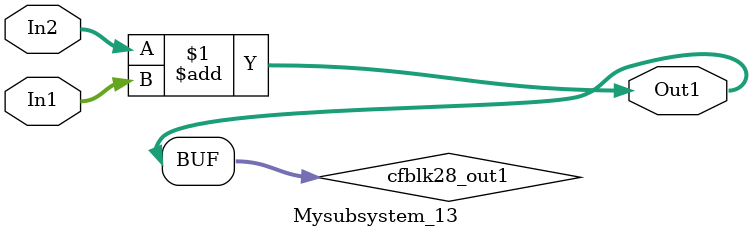
<source format=v>



`timescale 1 ns / 1 ns

module Mysubsystem_13
          (In1,
           In2,
           Out1);


  input   [7:0] In1;  // uint8
  input   [7:0] In2;  // uint8
  output  [7:0] Out1;  // uint8


  wire [7:0] cfblk28_out1;  // uint8


  assign cfblk28_out1 = In2 + In1;



  assign Out1 = cfblk28_out1;

endmodule  // Mysubsystem_13


</source>
